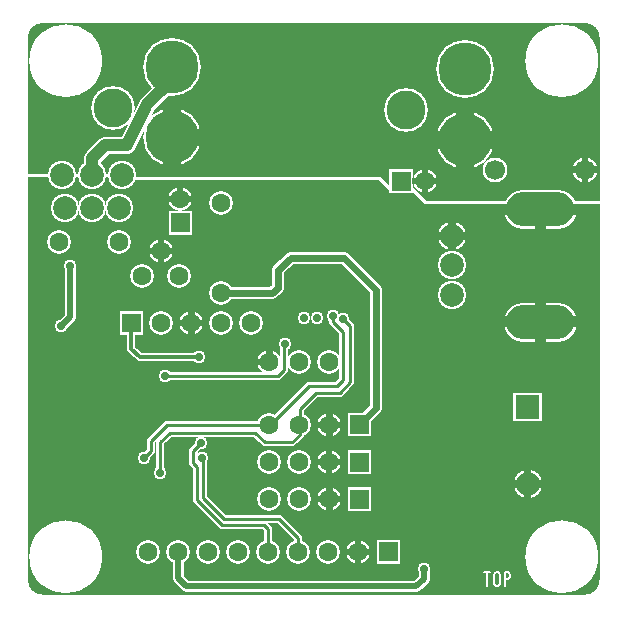
<source format=gbr>
%FSLAX34Y34*%
%MOMM*%
%LNCOPPER_TOP*%
G71*
G01*
%ADD10C, 2.400*%
%ADD11C, 0.200*%
%ADD12C, 3.300*%
%ADD13C, 2.400*%
%ADD14C, 2.000*%
%ADD15C, 2.000*%
%ADD16C, 4.900*%
%ADD17C, 3.700*%
%ADD18C, 1.600*%
%ADD19C, 1.100*%
%ADD20C, 0.700*%
%ADD21C, 0.660*%
%ADD22C, 0.900*%
%ADD23C, 0.260*%
%ADD24C, 0.150*%
%ADD25C, 1.000*%
%ADD26C, 0.206*%
%ADD27C, 2.100*%
%ADD28C, 0.600*%
%ADD29C, 0.170*%
%ADD30C, 1.400*%
%ADD31C, 0.667*%
%ADD32C, 0.967*%
%ADD33C, 0.533*%
%ADD34C, 1.500*%
%ADD35C, 0.233*%
%ADD36C, 0.567*%
%ADD37C, 2.000*%
%ADD38C, 2.900*%
%ADD39C, 2.000*%
%ADD40C, 1.600*%
%ADD41C, 1.600*%
%ADD42C, 4.500*%
%ADD43C, 3.300*%
%ADD44C, 0.700*%
%ADD45C, 0.300*%
%ADD46C, 0.500*%
%ADD47C, 1.700*%
%LPD*%
G36*
X0Y0D02*
X505000Y0D01*
X505000Y-500000D01*
X0Y-500000D01*
X0Y0D01*
G37*
%LPC*%
X42087Y-163864D02*
G54D10*
D03*
X64987Y-163864D02*
G54D10*
D03*
X87887Y-163864D02*
G54D10*
D03*
G54D11*
G75*
G01X72950Y-39000D02*
G03X72950Y-39000I-30000J0D01*
G01*
G36*
G75*
G01X72950Y-39000D02*
G03X72950Y-39000I-30000J0D01*
G01*
G37*
X72950Y-39000D01*
X434000Y-397000D02*
G54D10*
D03*
G36*
X446000Y-320000D02*
X446000Y-344000D01*
X422000Y-344000D01*
X422000Y-320000D01*
X446000Y-320000D01*
G37*
G54D12*
X459369Y-259851D02*
X430369Y-259851D01*
G54D12*
X459369Y-164851D02*
X430369Y-164851D01*
X369869Y-212351D02*
G54D13*
D03*
X369869Y-237351D02*
G54D13*
D03*
X369869Y-187351D02*
G54D13*
D03*
X215421Y-347113D02*
G54D14*
D03*
X240821Y-347113D02*
G54D14*
D03*
X266221Y-347113D02*
G54D14*
D03*
G36*
X281621Y-357113D02*
X281621Y-337113D01*
X301621Y-337113D01*
X301621Y-357113D01*
X281621Y-357113D01*
G37*
X215409Y-378945D02*
G54D14*
D03*
X240809Y-378945D02*
G54D14*
D03*
X266209Y-378945D02*
G54D14*
D03*
G36*
X281609Y-388945D02*
X281609Y-368945D01*
X301609Y-368945D01*
X301609Y-388945D01*
X281609Y-388945D01*
G37*
X108000Y-221000D02*
G54D15*
D03*
X138956Y-221000D02*
G54D15*
D03*
X123875Y-200363D02*
G54D15*
D03*
X140047Y-156301D02*
G54D15*
D03*
G36*
X150046Y-166301D02*
X150046Y-186301D01*
X130046Y-186301D01*
X130046Y-166301D01*
X150046Y-166301D01*
G37*
X381089Y-45892D02*
G54D16*
D03*
X381089Y-105892D02*
G54D16*
D03*
X331289Y-80992D02*
G54D17*
D03*
G36*
X88666Y-271045D02*
X88666Y-251045D01*
X108666Y-251045D01*
X108666Y-271045D01*
X88666Y-271045D01*
G37*
X124066Y-261045D02*
G54D14*
D03*
X149466Y-261045D02*
G54D14*
D03*
X174866Y-261045D02*
G54D14*
D03*
X200266Y-261045D02*
G54D14*
D03*
X88458Y-192149D02*
G54D15*
D03*
X37658Y-192149D02*
G54D15*
D03*
X39490Y-135388D02*
G54D10*
D03*
X64890Y-135388D02*
G54D10*
D03*
X90290Y-135388D02*
G54D10*
D03*
G54D18*
X23000Y1000D02*
X483000Y1000D01*
G54D18*
G75*
G01X23000Y1000D02*
G03X3000Y-19000I0J-20000D01*
G01*
G54D18*
G75*
G01X503000Y-19000D02*
G03X483000Y1000I-20000J0D01*
G01*
G54D18*
X3000Y-19000D02*
X3000Y-479000D01*
G54D18*
G75*
G01X3000Y-479000D02*
G03X23000Y-499000I20000J0D01*
G01*
G54D18*
X503000Y-19000D02*
X503000Y-479000D01*
G54D18*
G75*
G01X483000Y-499000D02*
G03X503000Y-479000I0J20000D01*
G01*
G54D18*
X23000Y-499000D02*
X483000Y-499000D01*
X347000Y-141000D02*
G54D15*
D03*
G36*
X337000Y-151000D02*
X317000Y-151000D01*
X317000Y-131000D01*
X337000Y-131000D01*
X337000Y-151000D01*
G37*
G36*
X326163Y-444857D02*
X326163Y-464857D01*
X306163Y-464857D01*
X306163Y-444857D01*
X326163Y-444857D01*
G37*
X290763Y-454857D02*
G54D14*
D03*
X265363Y-454857D02*
G54D14*
D03*
X239963Y-454857D02*
G54D14*
D03*
X214563Y-454857D02*
G54D14*
D03*
X189163Y-454857D02*
G54D14*
D03*
X163763Y-454857D02*
G54D14*
D03*
X138363Y-454857D02*
G54D14*
D03*
X156000Y-290000D02*
G54D19*
D03*
X39000Y-264000D02*
G54D19*
D03*
X215421Y-410113D02*
G54D14*
D03*
X240821Y-410113D02*
G54D14*
D03*
X266221Y-410113D02*
G54D14*
D03*
G36*
X281621Y-420113D02*
X281621Y-400113D01*
X301621Y-400113D01*
X301621Y-420113D01*
X281621Y-420113D01*
G37*
X47000Y-213000D02*
G54D19*
D03*
X113000Y-455000D02*
G54D14*
D03*
X215421Y-294113D02*
G54D14*
D03*
X240821Y-294113D02*
G54D14*
D03*
X266221Y-294113D02*
G54D14*
D03*
G54D20*
X98666Y-261045D02*
X98666Y-282666D01*
X106000Y-290000D01*
X156000Y-290000D01*
X158000Y-375000D02*
G54D19*
D03*
G54D21*
X159000Y-375000D02*
X159000Y-409000D01*
X177000Y-427000D01*
X224000Y-427000D01*
X240000Y-443000D01*
X240000Y-454820D01*
X239963Y-454857D01*
G54D21*
X214563Y-454857D02*
X214563Y-435563D01*
X211000Y-432000D01*
X175000Y-432000D01*
X154000Y-411000D01*
X154000Y-383000D01*
X151000Y-380000D01*
X151000Y-369000D01*
X157486Y-362514D01*
X157486Y-362514D02*
G54D19*
D03*
G54D22*
X47000Y-213000D02*
X47000Y-256000D01*
X39000Y-264000D01*
X346000Y-469000D02*
G54D19*
D03*
G54D22*
X138363Y-454857D02*
X138363Y-477363D01*
X145000Y-484000D01*
X340000Y-484000D01*
X346000Y-478000D01*
X346000Y-469000D01*
X229000Y-279000D02*
G54D19*
D03*
X127000Y-306000D02*
G54D19*
D03*
G54D21*
X127000Y-306000D02*
X222634Y-306000D01*
X228121Y-300513D01*
X228121Y-279879D01*
X229000Y-279000D01*
X109000Y-375000D02*
G54D19*
D03*
X123000Y-388000D02*
G54D19*
D03*
X278000Y-257500D02*
G54D19*
D03*
X269000Y-255000D02*
G54D19*
D03*
G54D21*
X277000Y-257000D02*
X284000Y-264000D01*
X284000Y-311000D01*
X275000Y-320000D01*
X255000Y-320000D01*
X241000Y-334000D01*
X241000Y-356000D01*
X235000Y-362000D01*
X211500Y-362000D01*
X203500Y-354000D01*
X131000Y-354000D01*
X123000Y-362000D01*
X123000Y-388000D01*
G54D21*
X109000Y-375000D02*
X115000Y-369000D01*
X115000Y-361000D01*
X129000Y-347000D01*
X215000Y-347000D01*
X216000Y-347000D01*
X249000Y-314000D01*
X273000Y-314000D01*
X278000Y-309000D01*
X278000Y-269000D01*
X269000Y-260000D01*
X269000Y-255000D01*
G54D23*
X308000Y-138000D02*
X317000Y-147000D01*
X335000Y-147000D01*
X347000Y-159000D01*
X503000Y-159000D01*
G54D23*
X90290Y-135388D02*
X8388Y-135388D01*
G54D23*
X308084Y-138286D02*
X103286Y-138286D01*
X90290Y-135388D01*
G36*
X129000Y-347000D02*
X129000Y-352000D01*
X131000Y-354000D01*
X203500Y-354000D01*
X211500Y-362000D01*
X235000Y-362000D01*
X241000Y-356000D01*
X241000Y-334000D01*
X255000Y-320000D01*
X255000Y-315000D01*
X254000Y-314000D01*
X248534Y-314000D01*
X215421Y-347113D01*
X129113Y-347113D01*
X129000Y-347000D01*
G37*
G54D24*
X129000Y-347000D02*
X129000Y-352000D01*
X131000Y-354000D01*
X203500Y-354000D01*
X211500Y-362000D01*
X235000Y-362000D01*
X241000Y-356000D01*
X241000Y-334000D01*
X255000Y-320000D01*
X255000Y-315000D01*
X254000Y-314000D01*
X248534Y-314000D01*
X215421Y-347113D01*
X129113Y-347113D01*
X129000Y-347000D01*
G36*
X158000Y-375000D02*
X158000Y-411000D01*
X156000Y-413000D01*
X154000Y-411000D01*
X154000Y-383000D01*
X151000Y-380000D01*
X151000Y-370000D01*
X153000Y-370000D01*
X158000Y-375000D01*
G37*
G54D24*
X158000Y-375000D02*
X158000Y-411000D01*
X156000Y-413000D01*
X154000Y-411000D01*
X154000Y-383000D01*
X151000Y-380000D01*
X151000Y-370000D01*
X153000Y-370000D01*
X158000Y-375000D01*
G36*
X269000Y-255000D02*
X275000Y-255000D01*
X277000Y-257000D01*
X284000Y-264000D01*
X284000Y-278000D01*
X283000Y-279000D01*
X278000Y-279000D01*
X278000Y-269000D01*
X269000Y-255000D01*
G37*
G54D24*
X269000Y-255000D02*
X275000Y-255000D01*
X277000Y-257000D01*
X284000Y-264000D01*
X284000Y-278000D01*
X283000Y-279000D01*
X278000Y-279000D01*
X278000Y-269000D01*
X269000Y-255000D01*
X174520Y-159740D02*
G54D14*
D03*
X174520Y-235940D02*
G54D14*
D03*
G54D25*
X174520Y-235940D02*
X218060Y-235940D01*
X223000Y-231000D01*
X223000Y-216500D01*
X233500Y-206000D01*
X278500Y-206000D01*
X306000Y-233500D01*
X306000Y-332734D01*
X291621Y-347113D01*
G36*
X223500Y-296500D02*
X223500Y-299000D01*
X217500Y-305000D01*
X221634Y-305000D01*
X222634Y-306000D01*
X228121Y-300513D01*
X223500Y-296500D01*
G37*
G54D11*
X223500Y-296500D02*
X223500Y-299000D01*
X217500Y-305000D01*
X221634Y-305000D01*
X222634Y-306000D01*
X228121Y-300513D01*
X223500Y-296500D01*
G54D26*
X399560Y-483778D02*
X399560Y-472222D01*
G54D26*
X397249Y-472222D02*
X401871Y-472222D01*
G54D26*
X410537Y-474389D02*
X410537Y-481611D01*
X409959Y-483056D01*
X408804Y-483778D01*
X407648Y-483778D01*
X406493Y-483056D01*
X405915Y-481611D01*
X405915Y-474389D01*
X406493Y-472945D01*
X407648Y-472222D01*
X408804Y-472222D01*
X409959Y-472945D01*
X410537Y-474389D01*
G54D26*
X414581Y-483778D02*
X414581Y-472222D01*
X417470Y-472222D01*
X418625Y-472945D01*
X419203Y-474389D01*
X419203Y-475834D01*
X418625Y-477278D01*
X417470Y-478000D01*
X414581Y-478000D01*
X133089Y-43892D02*
G54D16*
D03*
X133089Y-103892D02*
G54D16*
D03*
X83289Y-78992D02*
G54D17*
D03*
X406592Y-131314D02*
G54D27*
D03*
X482792Y-131315D02*
G54D27*
D03*
G54D11*
G75*
G01X493000Y-39000D02*
G03X493000Y-39000I-30000J0D01*
G01*
G36*
G75*
G01X493000Y-39000D02*
G03X493000Y-39000I-30000J0D01*
G01*
G37*
X493000Y-39000D01*
G54D11*
G75*
G01X493000Y-459000D02*
G03X493000Y-459000I-30000J0D01*
G01*
G36*
G75*
G01X493000Y-459000D02*
G03X493000Y-459000I-30000J0D01*
G01*
G37*
X493000Y-459000D01*
G54D11*
G75*
G01X73000Y-459000D02*
G03X73000Y-459000I-30000J0D01*
G01*
G36*
G75*
G01X73000Y-459000D02*
G03X73000Y-459000I-30000J0D01*
G01*
G37*
X73000Y-459000D01*
X256000Y-257000D02*
G54D19*
D03*
X245000Y-257000D02*
G54D19*
D03*
G36*
X494000Y-489000D02*
X531000Y-489000D01*
X531000Y-533000D01*
X494000Y-533000D01*
X494000Y-489000D01*
G37*
G54D28*
X494000Y-489000D02*
X531000Y-489000D01*
X531000Y-533000D01*
X494000Y-533000D01*
X494000Y-489000D01*
G36*
X-3000Y-479000D02*
X3000Y-479000D01*
X3000Y-500000D01*
X-3000Y-500000D01*
X-3000Y-479000D01*
G37*
G54D28*
X-3000Y-479000D02*
X3000Y-479000D01*
X3000Y-500000D01*
X-3000Y-500000D01*
X-3000Y-479000D01*
G36*
X3000Y-19000D02*
X0Y-19000D01*
X0Y0D01*
X15000Y0D01*
X3000Y-19000D01*
G37*
G54D29*
X3000Y-19000D02*
X0Y-19000D01*
X0Y0D01*
X15000Y0D01*
X3000Y-19000D01*
G36*
X496000Y-6000D02*
X496000Y-12000D01*
X503000Y-19000D01*
X503000Y-8000D01*
X505000Y-6000D01*
X505000Y-1000D01*
X504000Y0D01*
X484000Y0D01*
X483000Y1000D01*
X496000Y-6000D01*
G37*
G54D29*
X496000Y-6000D02*
X496000Y-12000D01*
X503000Y-19000D01*
X503000Y-8000D01*
X505000Y-6000D01*
X505000Y-1000D01*
X504000Y0D01*
X484000Y0D01*
X483000Y1000D01*
X496000Y-6000D01*
G54D30*
X133089Y-43892D02*
X133089Y-54911D01*
X112000Y-76000D01*
X95000Y-110000D01*
G54D30*
X95000Y-110000D02*
X76000Y-110000D01*
X65000Y-121000D01*
X65000Y-135278D01*
X64890Y-135388D01*
%LPD*%
G54D31*
G36*
X434000Y-393667D02*
X446500Y-393667D01*
X446500Y-400333D01*
X434000Y-400333D01*
X434000Y-393667D01*
G37*
G36*
X437333Y-397000D02*
X437333Y-409500D01*
X430667Y-409500D01*
X430667Y-397000D01*
X437333Y-397000D01*
G37*
G36*
X434000Y-400333D02*
X421500Y-400333D01*
X421500Y-393667D01*
X434000Y-393667D01*
X434000Y-400333D01*
G37*
G36*
X430667Y-397000D02*
X430667Y-384500D01*
X437333Y-384500D01*
X437333Y-397000D01*
X430667Y-397000D01*
G37*
G54D32*
G36*
X444869Y-255018D02*
X476369Y-255018D01*
X476369Y-264684D01*
X444869Y-264684D01*
X444869Y-255018D01*
G37*
G36*
X449702Y-259851D02*
X449702Y-276851D01*
X440036Y-276851D01*
X440036Y-259851D01*
X449702Y-259851D01*
G37*
G36*
X444869Y-264684D02*
X413369Y-264684D01*
X413369Y-255018D01*
X444869Y-255018D01*
X444869Y-264684D01*
G37*
G36*
X440036Y-259851D02*
X440036Y-242851D01*
X449702Y-242851D01*
X449702Y-259851D01*
X440036Y-259851D01*
G37*
G54D32*
G36*
X444869Y-160018D02*
X476369Y-160018D01*
X476369Y-169684D01*
X444869Y-169684D01*
X444869Y-160018D01*
G37*
G36*
X449702Y-164851D02*
X449702Y-181851D01*
X440036Y-181851D01*
X440036Y-164851D01*
X449702Y-164851D01*
G37*
G36*
X444869Y-169684D02*
X413369Y-169684D01*
X413369Y-160018D01*
X444869Y-160018D01*
X444869Y-169684D01*
G37*
G54D31*
G36*
X369869Y-184018D02*
X382369Y-184018D01*
X382369Y-190684D01*
X369869Y-190684D01*
X369869Y-184018D01*
G37*
G36*
X373202Y-187351D02*
X373202Y-199851D01*
X366536Y-199851D01*
X366536Y-187351D01*
X373202Y-187351D01*
G37*
G36*
X369869Y-190684D02*
X357369Y-190684D01*
X357369Y-184018D01*
X369869Y-184018D01*
X369869Y-190684D01*
G37*
G36*
X366536Y-187351D02*
X366536Y-174851D01*
X373202Y-174851D01*
X373202Y-187351D01*
X366536Y-187351D01*
G37*
G54D33*
G36*
X266221Y-349780D02*
X255721Y-349780D01*
X255721Y-344446D01*
X266221Y-344446D01*
X266221Y-349780D01*
G37*
G36*
X263554Y-347113D02*
X263554Y-336613D01*
X268888Y-336613D01*
X268888Y-347113D01*
X263554Y-347113D01*
G37*
G36*
X266221Y-344446D02*
X276721Y-344446D01*
X276721Y-349780D01*
X266221Y-349780D01*
X266221Y-344446D01*
G37*
G36*
X268888Y-347113D02*
X268888Y-357613D01*
X263554Y-357613D01*
X263554Y-347113D01*
X268888Y-347113D01*
G37*
G54D33*
G36*
X266209Y-381612D02*
X255709Y-381612D01*
X255709Y-376278D01*
X266209Y-376278D01*
X266209Y-381612D01*
G37*
G36*
X263542Y-378945D02*
X263542Y-368445D01*
X268876Y-368445D01*
X268876Y-378945D01*
X263542Y-378945D01*
G37*
G36*
X266209Y-376278D02*
X276709Y-376278D01*
X276709Y-381612D01*
X266209Y-381612D01*
X266209Y-376278D01*
G37*
G36*
X268876Y-378945D02*
X268876Y-389445D01*
X263542Y-389445D01*
X263542Y-378945D01*
X268876Y-378945D01*
G37*
G54D33*
G36*
X121208Y-200363D02*
X121208Y-189863D01*
X126541Y-189863D01*
X126541Y-200363D01*
X121208Y-200363D01*
G37*
G36*
X123875Y-197696D02*
X134375Y-197696D01*
X134375Y-203030D01*
X123875Y-203030D01*
X123875Y-197696D01*
G37*
G36*
X126541Y-200363D02*
X126541Y-210863D01*
X121208Y-210863D01*
X121208Y-200363D01*
X126541Y-200363D01*
G37*
G36*
X123875Y-203030D02*
X113375Y-203030D01*
X113375Y-197696D01*
X123875Y-197696D01*
X123875Y-203030D01*
G37*
G54D33*
G36*
X140047Y-153634D02*
X150547Y-153634D01*
X150547Y-158968D01*
X140047Y-158968D01*
X140047Y-153634D01*
G37*
G36*
X140047Y-158968D02*
X129547Y-158968D01*
X129547Y-153634D01*
X140047Y-153634D01*
X140047Y-158968D01*
G37*
G36*
X137380Y-156301D02*
X137380Y-145801D01*
X142714Y-145801D01*
X142714Y-156301D01*
X137380Y-156301D01*
G37*
G54D34*
G36*
X381089Y-98392D02*
X406089Y-98392D01*
X406089Y-113392D01*
X381089Y-113392D01*
X381089Y-98392D01*
G37*
G36*
X388589Y-105892D02*
X388589Y-130892D01*
X373589Y-130892D01*
X373589Y-105892D01*
X388589Y-105892D01*
G37*
G36*
X381089Y-113392D02*
X356089Y-113392D01*
X356089Y-98392D01*
X381089Y-98392D01*
X381089Y-113392D01*
G37*
G36*
X373589Y-105892D02*
X373589Y-80892D01*
X388589Y-80892D01*
X388589Y-105892D01*
X373589Y-105892D01*
G37*
G54D33*
G36*
X149466Y-263712D02*
X138966Y-263712D01*
X138966Y-258378D01*
X149466Y-258378D01*
X149466Y-263712D01*
G37*
G36*
X146799Y-261045D02*
X146799Y-250545D01*
X152133Y-250545D01*
X152133Y-261045D01*
X146799Y-261045D01*
G37*
G36*
X149466Y-258378D02*
X159966Y-258378D01*
X159966Y-263712D01*
X149466Y-263712D01*
X149466Y-258378D01*
G37*
G36*
X152133Y-261045D02*
X152133Y-271545D01*
X146799Y-271545D01*
X146799Y-261045D01*
X152133Y-261045D01*
G37*
G54D33*
G36*
X349667Y-141000D02*
X349667Y-151500D01*
X344333Y-151500D01*
X344333Y-141000D01*
X349667Y-141000D01*
G37*
G36*
X347000Y-143667D02*
X336500Y-143667D01*
X336500Y-138333D01*
X347000Y-138333D01*
X347000Y-143667D01*
G37*
G36*
X344333Y-141000D02*
X344333Y-130500D01*
X349667Y-130500D01*
X349667Y-141000D01*
X344333Y-141000D01*
G37*
G36*
X347000Y-138333D02*
X357500Y-138333D01*
X357500Y-143667D01*
X347000Y-143667D01*
X347000Y-138333D01*
G37*
G54D35*
G36*
X187833Y-210000D02*
X187833Y-206000D01*
X190167Y-206000D01*
X190167Y-210000D01*
X187833Y-210000D01*
G37*
G36*
X189000Y-208833D02*
X193000Y-208833D01*
X193000Y-211167D01*
X189000Y-211167D01*
X189000Y-208833D01*
G37*
G36*
X190167Y-210000D02*
X190167Y-214000D01*
X187833Y-214000D01*
X187833Y-210000D01*
X190167Y-210000D01*
G37*
G36*
X189000Y-211167D02*
X185000Y-211167D01*
X185000Y-208833D01*
X189000Y-208833D01*
X189000Y-211167D01*
G37*
G54D35*
G36*
X241000Y-239833D02*
X245000Y-239833D01*
X245000Y-242167D01*
X241000Y-242167D01*
X241000Y-239833D01*
G37*
G36*
X242167Y-241000D02*
X242167Y-245000D01*
X239833Y-245000D01*
X239833Y-241000D01*
X242167Y-241000D01*
G37*
G54D33*
G36*
X290763Y-452190D02*
X301263Y-452190D01*
X301263Y-457524D01*
X290763Y-457524D01*
X290763Y-452190D01*
G37*
G36*
X293430Y-454857D02*
X293430Y-465357D01*
X288096Y-465357D01*
X288096Y-454857D01*
X293430Y-454857D01*
G37*
G36*
X290763Y-457524D02*
X280263Y-457524D01*
X280263Y-452190D01*
X290763Y-452190D01*
X290763Y-457524D01*
G37*
G36*
X288096Y-454857D02*
X288096Y-444357D01*
X293430Y-444357D01*
X293430Y-454857D01*
X288096Y-454857D01*
G37*
G54D33*
G36*
X266221Y-412780D02*
X255721Y-412780D01*
X255721Y-407446D01*
X266221Y-407446D01*
X266221Y-412780D01*
G37*
G36*
X263554Y-410113D02*
X263554Y-399613D01*
X268888Y-399613D01*
X268888Y-410113D01*
X263554Y-410113D01*
G37*
G36*
X266221Y-407446D02*
X276721Y-407446D01*
X276721Y-412780D01*
X266221Y-412780D01*
X266221Y-407446D01*
G37*
G36*
X268888Y-410113D02*
X268888Y-420613D01*
X263554Y-420613D01*
X263554Y-410113D01*
X268888Y-410113D01*
G37*
G54D33*
G36*
X215421Y-296780D02*
X204921Y-296780D01*
X204921Y-291446D01*
X215421Y-291446D01*
X215421Y-296780D01*
G37*
G36*
X212754Y-294113D02*
X212754Y-283613D01*
X218088Y-283613D01*
X218088Y-294113D01*
X212754Y-294113D01*
G37*
G54D35*
G36*
X239833Y-219000D02*
X239833Y-215000D01*
X242167Y-215000D01*
X242167Y-219000D01*
X239833Y-219000D01*
G37*
G36*
X241000Y-217833D02*
X245000Y-217833D01*
X245000Y-220167D01*
X241000Y-220167D01*
X241000Y-217833D01*
G37*
G36*
X242167Y-219000D02*
X242167Y-223000D01*
X239833Y-223000D01*
X239833Y-219000D01*
X242167Y-219000D01*
G37*
G36*
X241000Y-220167D02*
X237000Y-220167D01*
X237000Y-217833D01*
X241000Y-217833D01*
X241000Y-220167D01*
G37*
G54D35*
G36*
X104833Y-241000D02*
X104833Y-237000D01*
X107167Y-237000D01*
X107167Y-241000D01*
X104833Y-241000D01*
G37*
G36*
X106000Y-239833D02*
X110000Y-239833D01*
X110000Y-242167D01*
X106000Y-242167D01*
X106000Y-239833D01*
G37*
G36*
X107167Y-241000D02*
X107167Y-245000D01*
X104833Y-245000D01*
X104833Y-241000D01*
X107167Y-241000D01*
G37*
G36*
X106000Y-242167D02*
X102000Y-242167D01*
X102000Y-239833D01*
X106000Y-239833D01*
X106000Y-242167D01*
G37*
G54D35*
G36*
X315833Y-338000D02*
X315833Y-334000D01*
X318167Y-334000D01*
X318167Y-338000D01*
X315833Y-338000D01*
G37*
G36*
X317000Y-336833D02*
X321000Y-336833D01*
X321000Y-339167D01*
X317000Y-339167D01*
X317000Y-336833D01*
G37*
G36*
X318167Y-338000D02*
X318167Y-342000D01*
X315833Y-342000D01*
X315833Y-338000D01*
X318167Y-338000D01*
G37*
G36*
X317000Y-339167D02*
X313000Y-339167D01*
X313000Y-336833D01*
X317000Y-336833D01*
X317000Y-339167D01*
G37*
G54D35*
G36*
X331833Y-356000D02*
X331833Y-352000D01*
X334167Y-352000D01*
X334167Y-356000D01*
X331833Y-356000D01*
G37*
G36*
X333000Y-354833D02*
X337000Y-354833D01*
X337000Y-357167D01*
X333000Y-357167D01*
X333000Y-354833D01*
G37*
G36*
X334167Y-356000D02*
X334167Y-360000D01*
X331833Y-360000D01*
X331833Y-356000D01*
X334167Y-356000D01*
G37*
G36*
X333000Y-357167D02*
X329000Y-357167D01*
X329000Y-354833D01*
X333000Y-354833D01*
X333000Y-357167D01*
G37*
G54D35*
G36*
X187833Y-223000D02*
X187833Y-219000D01*
X190167Y-219000D01*
X190167Y-223000D01*
X187833Y-223000D01*
G37*
G36*
X189000Y-221833D02*
X193000Y-221833D01*
X193000Y-224167D01*
X189000Y-224167D01*
X189000Y-221833D01*
G37*
G36*
X190167Y-223000D02*
X190167Y-227000D01*
X187833Y-227000D01*
X187833Y-223000D01*
X190167Y-223000D01*
G37*
G36*
X189000Y-224167D02*
X185000Y-224167D01*
X185000Y-221833D01*
X189000Y-221833D01*
X189000Y-224167D01*
G37*
G54D35*
G36*
X201833Y-223000D02*
X201833Y-219000D01*
X204167Y-219000D01*
X204167Y-223000D01*
X201833Y-223000D01*
G37*
G36*
X203000Y-221833D02*
X207000Y-221833D01*
X207000Y-224167D01*
X203000Y-224167D01*
X203000Y-221833D01*
G37*
G36*
X204167Y-223000D02*
X204167Y-227000D01*
X201833Y-227000D01*
X201833Y-223000D01*
X204167Y-223000D01*
G37*
G36*
X203000Y-224167D02*
X199000Y-224167D01*
X199000Y-221833D01*
X203000Y-221833D01*
X203000Y-224167D01*
G37*
G54D34*
G36*
X133089Y-96392D02*
X158089Y-96392D01*
X158089Y-111392D01*
X133089Y-111392D01*
X133089Y-96392D01*
G37*
G36*
X140589Y-103892D02*
X140589Y-128892D01*
X125589Y-128892D01*
X125589Y-103892D01*
X140589Y-103892D01*
G37*
G36*
X125589Y-103892D02*
X125589Y-78892D01*
X140589Y-78892D01*
X140589Y-103892D01*
X125589Y-103892D01*
G37*
G54D36*
G36*
X479959Y-131315D02*
X479959Y-120315D01*
X485626Y-120315D01*
X485626Y-131315D01*
X479959Y-131315D01*
G37*
G36*
X482792Y-128482D02*
X493792Y-128482D01*
X493792Y-134148D01*
X482792Y-134148D01*
X482792Y-128482D01*
G37*
G36*
X485626Y-131315D02*
X485626Y-142315D01*
X479959Y-142315D01*
X479959Y-131315D01*
X485626Y-131315D01*
G37*
G36*
X482792Y-134148D02*
X471792Y-134148D01*
X471792Y-128482D01*
X482792Y-128482D01*
X482792Y-134148D01*
G37*
X42087Y-163864D02*
G54D37*
D03*
X64987Y-163864D02*
G54D37*
D03*
X87887Y-163864D02*
G54D37*
D03*
X434000Y-397000D02*
G54D37*
D03*
G36*
X444000Y-322000D02*
X444000Y-342000D01*
X424000Y-342000D01*
X424000Y-322000D01*
X444000Y-322000D01*
G37*
G54D38*
X459369Y-259851D02*
X430369Y-259851D01*
G54D38*
X459369Y-164851D02*
X430369Y-164851D01*
X369869Y-212351D02*
G54D39*
D03*
X369869Y-237351D02*
G54D39*
D03*
X369869Y-187351D02*
G54D39*
D03*
X215421Y-347113D02*
G54D40*
D03*
X240821Y-347113D02*
G54D40*
D03*
X266221Y-347113D02*
G54D40*
D03*
G36*
X283621Y-355113D02*
X283621Y-339113D01*
X299621Y-339113D01*
X299621Y-355113D01*
X283621Y-355113D01*
G37*
X215409Y-378945D02*
G54D40*
D03*
X240809Y-378945D02*
G54D40*
D03*
X266209Y-378945D02*
G54D40*
D03*
G36*
X283609Y-386945D02*
X283609Y-370945D01*
X299609Y-370945D01*
X299609Y-386945D01*
X283609Y-386945D01*
G37*
X108000Y-221000D02*
G54D41*
D03*
X138956Y-221000D02*
G54D41*
D03*
X123875Y-200363D02*
G54D41*
D03*
X140047Y-156301D02*
G54D41*
D03*
G36*
X148046Y-168301D02*
X148046Y-184301D01*
X132046Y-184301D01*
X132046Y-168301D01*
X148046Y-168301D01*
G37*
X381089Y-45892D02*
G54D42*
D03*
X381089Y-105892D02*
G54D42*
D03*
X331289Y-80992D02*
G54D43*
D03*
G36*
X90666Y-269045D02*
X90666Y-253045D01*
X106666Y-253045D01*
X106666Y-269045D01*
X90666Y-269045D01*
G37*
X124066Y-261045D02*
G54D40*
D03*
X149466Y-261045D02*
G54D40*
D03*
X174866Y-261045D02*
G54D40*
D03*
X200266Y-261045D02*
G54D40*
D03*
X88458Y-192149D02*
G54D41*
D03*
X37658Y-192149D02*
G54D41*
D03*
X39490Y-135388D02*
G54D37*
D03*
X64890Y-135388D02*
G54D37*
D03*
X90290Y-135388D02*
G54D37*
D03*
X347000Y-141000D02*
G54D41*
D03*
G36*
X335000Y-149000D02*
X319000Y-149000D01*
X319000Y-133000D01*
X335000Y-133000D01*
X335000Y-149000D01*
G37*
X189000Y-210000D02*
G54D44*
D03*
X241000Y-241000D02*
G54D44*
D03*
G36*
X324163Y-446857D02*
X324163Y-462857D01*
X308163Y-462857D01*
X308163Y-446857D01*
X324163Y-446857D01*
G37*
X290763Y-454857D02*
G54D40*
D03*
X265363Y-454857D02*
G54D40*
D03*
X239963Y-454857D02*
G54D40*
D03*
X214563Y-454857D02*
G54D40*
D03*
X189163Y-454857D02*
G54D40*
D03*
X163763Y-454857D02*
G54D40*
D03*
X138363Y-454857D02*
G54D40*
D03*
X156000Y-290000D02*
G54D44*
D03*
X39000Y-264000D02*
G54D44*
D03*
X215421Y-410113D02*
G54D40*
D03*
X240821Y-410113D02*
G54D40*
D03*
X266221Y-410113D02*
G54D40*
D03*
G36*
X283621Y-418113D02*
X283621Y-402113D01*
X299621Y-402113D01*
X299621Y-418113D01*
X283621Y-418113D01*
G37*
X47000Y-213000D02*
G54D44*
D03*
X113000Y-455000D02*
G54D40*
D03*
X215421Y-294113D02*
G54D40*
D03*
X240821Y-294113D02*
G54D40*
D03*
X266221Y-294113D02*
G54D40*
D03*
G54D45*
X98666Y-261045D02*
X98666Y-282666D01*
X106000Y-290000D01*
X156000Y-290000D01*
X158000Y-375000D02*
G54D44*
D03*
G54D23*
X159000Y-375000D02*
X159000Y-409000D01*
X177000Y-427000D01*
X224000Y-427000D01*
X240000Y-443000D01*
X240000Y-454820D01*
X239963Y-454857D01*
G54D23*
X214563Y-454857D02*
X214563Y-435563D01*
X211000Y-432000D01*
X175000Y-432000D01*
X154000Y-411000D01*
X154000Y-383000D01*
X151000Y-380000D01*
X151000Y-369000D01*
X157486Y-362514D01*
X157486Y-362514D02*
G54D44*
D03*
G54D46*
X47000Y-213000D02*
X47000Y-256000D01*
X39000Y-264000D01*
X346000Y-469000D02*
G54D44*
D03*
G54D46*
X138363Y-454857D02*
X138363Y-477363D01*
X145000Y-484000D01*
X340000Y-484000D01*
X346000Y-478000D01*
X346000Y-469000D01*
X229000Y-279000D02*
G54D44*
D03*
X127000Y-306000D02*
G54D44*
D03*
X241000Y-219000D02*
G54D44*
D03*
G54D23*
X127000Y-306000D02*
X222634Y-306000D01*
X228121Y-300513D01*
X228121Y-279879D01*
X229000Y-279000D01*
X109000Y-375000D02*
G54D44*
D03*
X123000Y-388000D02*
G54D44*
D03*
X278000Y-257500D02*
G54D44*
D03*
X269000Y-255000D02*
G54D44*
D03*
G54D23*
X277000Y-257000D02*
X284000Y-264000D01*
X284000Y-311000D01*
X275000Y-320000D01*
X255000Y-320000D01*
X241000Y-334000D01*
X241000Y-356000D01*
X235000Y-362000D01*
X211500Y-362000D01*
X203500Y-354000D01*
X131000Y-354000D01*
X123000Y-362000D01*
X123000Y-388000D01*
G54D23*
X109000Y-375000D02*
X115000Y-369000D01*
X115000Y-361000D01*
X129000Y-347000D01*
X215000Y-347000D01*
X216000Y-347000D01*
X249000Y-314000D01*
X273000Y-314000D01*
X278000Y-309000D01*
X278000Y-269000D01*
X269000Y-260000D01*
X269000Y-255000D01*
X106000Y-241000D02*
G54D44*
D03*
X317000Y-338000D02*
G54D44*
D03*
X333000Y-356000D02*
G54D44*
D03*
X174520Y-159740D02*
G54D40*
D03*
X174520Y-235940D02*
G54D40*
D03*
X189000Y-223000D02*
G54D44*
D03*
X203000Y-223000D02*
G54D44*
D03*
G54D28*
X174520Y-235940D02*
X218060Y-235940D01*
X223000Y-231000D01*
X223000Y-216500D01*
X233500Y-206000D01*
X278500Y-206000D01*
X306000Y-233500D01*
X306000Y-332734D01*
X291621Y-347113D01*
X133089Y-43892D02*
G54D42*
D03*
X133089Y-103892D02*
G54D42*
D03*
X83289Y-78992D02*
G54D43*
D03*
X406592Y-131314D02*
G54D47*
D03*
X482792Y-131315D02*
G54D47*
D03*
X256000Y-257000D02*
G54D44*
D03*
X245000Y-257000D02*
G54D44*
D03*
G54D25*
X133089Y-43892D02*
X133089Y-54911D01*
X112000Y-76000D01*
X95000Y-110000D01*
G54D25*
X95000Y-110000D02*
X76000Y-110000D01*
X65000Y-121000D01*
X65000Y-135278D01*
X64890Y-135388D01*
M02*

</source>
